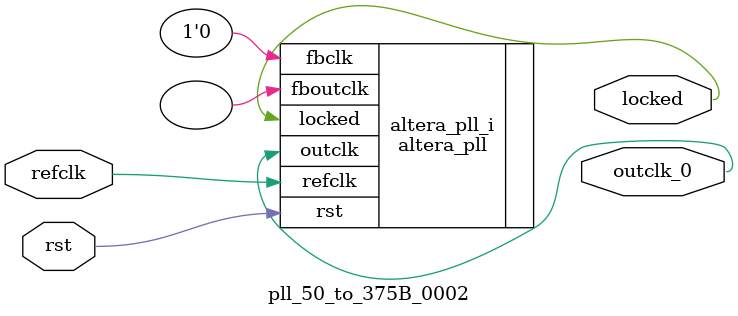
<source format=v>
`timescale 1ns/10ps
module  pll_50_to_375B_0002(

	// interface 'refclk'
	input wire refclk,

	// interface 'reset'
	input wire rst,

	// interface 'outclk0'
	output wire outclk_0,

	// interface 'locked'
	output wire locked
);

	altera_pll #(
		.fractional_vco_multiplier("false"),
		.reference_clock_frequency("50.0 MHz"),
		.operation_mode("direct"),
		.number_of_clocks(1),
		.output_clock_frequency0("375.000000 MHz"),
		.phase_shift0("0 ps"),
		.duty_cycle0(50),
		.output_clock_frequency1("0 MHz"),
		.phase_shift1("0 ps"),
		.duty_cycle1(50),
		.output_clock_frequency2("0 MHz"),
		.phase_shift2("0 ps"),
		.duty_cycle2(50),
		.output_clock_frequency3("0 MHz"),
		.phase_shift3("0 ps"),
		.duty_cycle3(50),
		.output_clock_frequency4("0 MHz"),
		.phase_shift4("0 ps"),
		.duty_cycle4(50),
		.output_clock_frequency5("0 MHz"),
		.phase_shift5("0 ps"),
		.duty_cycle5(50),
		.output_clock_frequency6("0 MHz"),
		.phase_shift6("0 ps"),
		.duty_cycle6(50),
		.output_clock_frequency7("0 MHz"),
		.phase_shift7("0 ps"),
		.duty_cycle7(50),
		.output_clock_frequency8("0 MHz"),
		.phase_shift8("0 ps"),
		.duty_cycle8(50),
		.output_clock_frequency9("0 MHz"),
		.phase_shift9("0 ps"),
		.duty_cycle9(50),
		.output_clock_frequency10("0 MHz"),
		.phase_shift10("0 ps"),
		.duty_cycle10(50),
		.output_clock_frequency11("0 MHz"),
		.phase_shift11("0 ps"),
		.duty_cycle11(50),
		.output_clock_frequency12("0 MHz"),
		.phase_shift12("0 ps"),
		.duty_cycle12(50),
		.output_clock_frequency13("0 MHz"),
		.phase_shift13("0 ps"),
		.duty_cycle13(50),
		.output_clock_frequency14("0 MHz"),
		.phase_shift14("0 ps"),
		.duty_cycle14(50),
		.output_clock_frequency15("0 MHz"),
		.phase_shift15("0 ps"),
		.duty_cycle15(50),
		.output_clock_frequency16("0 MHz"),
		.phase_shift16("0 ps"),
		.duty_cycle16(50),
		.output_clock_frequency17("0 MHz"),
		.phase_shift17("0 ps"),
		.duty_cycle17(50),
		.pll_type("General"),
		.pll_subtype("General")
	) altera_pll_i (
		.rst	(rst),
		.outclk	({outclk_0}),
		.locked	(locked),
		.fboutclk	( ),
		.fbclk	(1'b0),
		.refclk	(refclk)
	);
endmodule


</source>
